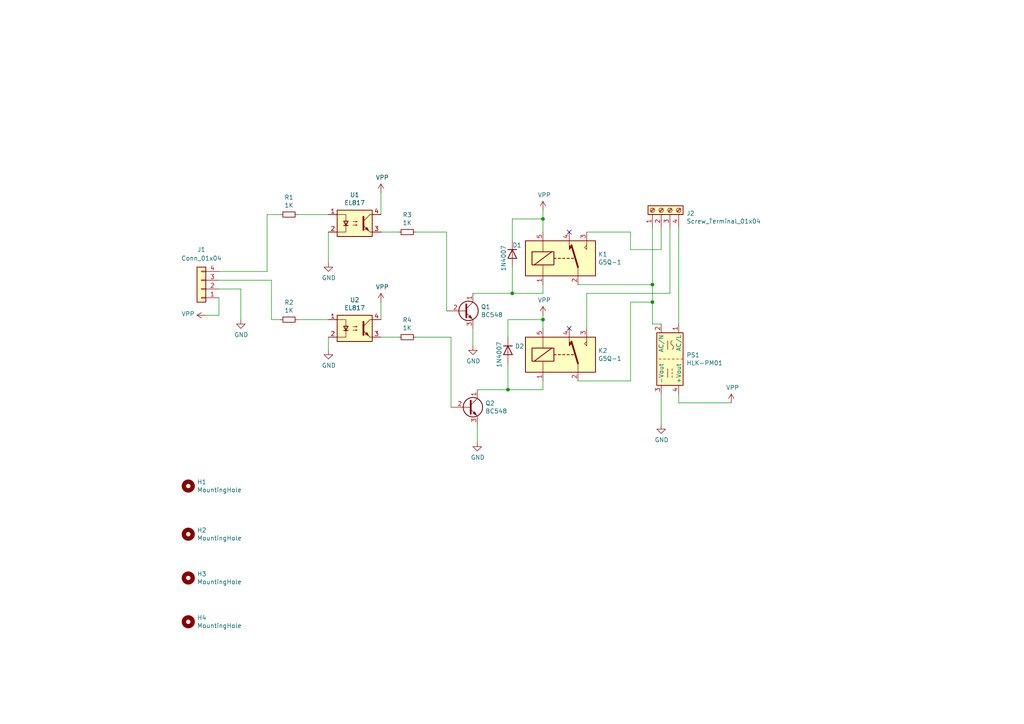
<source format=kicad_sch>
(kicad_sch (version 20211123) (generator eeschema)
  (paper "A4")
  (lib_symbols
    (symbol "Connector:Screw_Terminal_01x04" (pin_names (offset 1.016) hide)
      (property "Reference" "J" (at 0 5.08 0))
      (property "Value" "Screw_Terminal_01x04" (at 0 -7.62 0))
      (symbol "Screw_Terminal_01x04_1_1"
        (rectangle (start -1.27 3.81) (end 1.27 -6.35) (stroke (width 0.254)) (fill (type background)))
        (circle (center 0 -5.08) (radius 0.635) (stroke (width 0.1524)))
        (circle (center 0 -2.54) (radius 0.635) (stroke (width 0.1524)))
        (polyline (pts (xy -0.5334 -4.7498) (xy 0.3302 -5.588)) (stroke (width 0.1524)))
        (polyline (pts (xy -0.5334 -2.2098) (xy 0.3302 -3.048)) (stroke (width 0.1524)))
        (polyline (pts (xy -0.5334 0.3302) (xy 0.3302 -0.508)) (stroke (width 0.1524)))
        (polyline (pts (xy -0.5334 2.8702) (xy 0.3302 2.032)) (stroke (width 0.1524)))
        (polyline (pts (xy -0.3556 -4.572) (xy 0.508 -5.4102)) (stroke (width 0.1524)))
        (polyline (pts (xy -0.3556 -2.032) (xy 0.508 -2.8702)) (stroke (width 0.1524)))
        (polyline (pts (xy -0.3556 0.508) (xy 0.508 -0.3302)) (stroke (width 0.1524)))
        (polyline (pts (xy -0.3556 3.048) (xy 0.508 2.2098)) (stroke (width 0.1524)))
        (circle (center 0 0) (radius 0.635) (stroke (width 0.1524)))
        (circle (center 0 2.54) (radius 0.635) (stroke (width 0.1524)))
        (pin passive line (at -5.08 2.54 0) (length 3.81) (name "Pin_1") (number "1"))
        (pin passive line (at -5.08 0 0) (length 3.81) (name "Pin_2") (number "2"))
        (pin passive line (at -5.08 -2.54 0) (length 3.81) (name "Pin_3") (number "3"))
        (pin passive line (at -5.08 -5.08 0) (length 3.81) (name "Pin_4") (number "4"))
      )
    )
    (symbol "Connector_Generic:Conn_01x04" (pin_names (offset 1.016) hide)
      (property "Reference" "J" (at 0 5.08 0))
      (property "Value" "Conn_01x04" (at 0 -7.62 0))
      (symbol "Conn_01x04_1_1"
        (rectangle (start -1.27 -4.953) (end 0 -5.207) (stroke (width 0.1524)))
        (rectangle (start -1.27 -2.413) (end 0 -2.667) (stroke (width 0.1524)))
        (rectangle (start -1.27 0.127) (end 0 -0.127) (stroke (width 0.1524)))
        (rectangle (start -1.27 2.667) (end 0 2.413) (stroke (width 0.1524)))
        (rectangle (start -1.27 3.81) (end 1.27 -6.35) (stroke (width 0.254)) (fill (type background)))
        (pin passive line (at -5.08 2.54 0) (length 3.81) (name "Pin_1") (number "1"))
        (pin passive line (at -5.08 0 0) (length 3.81) (name "Pin_2") (number "2"))
        (pin passive line (at -5.08 -2.54 0) (length 3.81) (name "Pin_3") (number "3"))
        (pin passive line (at -5.08 -5.08 0) (length 3.81) (name "Pin_4") (number "4"))
      )
    )
    (symbol "Converter_ACDC:HLK-PM01"
      (property "Reference" "PS" (at 0 5.08 0))
      (property "Value" "HLK-PM01" (at 0 -5.08 0))
      (symbol "HLK-PM01_0_1"
        (rectangle (start -7.62 3.81) (end 7.62 -3.81) (stroke (width 0.254)) (fill (type background)))
        (arc (start -5.334 0.635) (mid -4.699 0.2495) (end -4.064 0.635))
        (arc (start -2.794 0.635) (mid -3.429 1.0072) (end -4.064 0.635))
        (polyline (pts (xy -5.334 -0.635) (xy -2.794 -0.635)))
        (polyline (pts (xy 0 -2.54) (xy 0 -3.175)))
        (polyline (pts (xy 0 -1.27) (xy 0 -1.905)))
        (polyline (pts (xy 0 0) (xy 0 -0.635)))
        (polyline (pts (xy 0 1.27) (xy 0 0.635)))
        (polyline (pts (xy 0 2.54) (xy 0 1.905)))
        (polyline (pts (xy 0 3.81) (xy 0 3.175)))
        (polyline (pts (xy 2.794 -0.635) (xy 5.334 -0.635)))
        (polyline (pts (xy 2.794 0.635) (xy 3.302 0.635)))
        (polyline (pts (xy 3.81 0.635) (xy 4.318 0.635)))
        (polyline (pts (xy 4.826 0.635) (xy 5.334 0.635)))
      )
      (symbol "HLK-PM01_1_1"
        (pin power_in line (at -10.16 2.54 0) (length 2.54) (name "AC/L") (number "1"))
        (pin power_in line (at -10.16 -2.54 0) (length 2.54) (name "AC/N") (number "2"))
        (pin power_out line (at 10.16 -2.54 180) (length 2.54) (name "-Vout") (number "3"))
        (pin power_out line (at 10.16 2.54 180) (length 2.54) (name "+Vout") (number "4"))
      )
    )
    (symbol "Device:R_Small" (pin_numbers hide) (pin_names (offset 0.254) hide)
      (property "Reference" "R" (at 0.762 0.508 0))
      (property "Value" "R_Small" (at 0.762 -1.016 0))
      (symbol "R_Small_0_1"
        (rectangle (start -0.762 1.778) (end 0.762 -1.778) (stroke (width 0.2032)))
      )
      (symbol "R_Small_1_1"
        (pin passive line (at 0 2.54 270) (length 0.762) (name "~") (number "1"))
        (pin passive line (at 0 -2.54 90) (length 0.762) (name "~") (number "2"))
      )
    )
    (symbol "Diode:1N4007" (pin_numbers hide) (pin_names (offset 1.016) hide)
      (property "Reference" "D" (at 0 2.54 0))
      (property "Value" "1N4007" (at 0 -2.54 0))
      (symbol "1N4007_0_1"
        (polyline (pts (xy -1.27 1.27) (xy -1.27 -1.27)) (stroke (width 0.254)))
        (polyline (pts (xy 1.27 0) (xy -1.27 0)))
        (polyline (pts (xy 1.27 1.27) (xy 1.27 -1.27) (xy -1.27 0) (xy 1.27 1.27)) (stroke (width 0.254)))
      )
      (symbol "1N4007_1_1"
        (pin passive line (at -3.81 0 0) (length 2.54) (name "K") (number "1"))
        (pin passive line (at 3.81 0 180) (length 2.54) (name "A") (number "2"))
      )
    )
    (symbol "Isolator:EL817" (pin_names (offset 1.016))
      (property "Reference" "U" (at -5.08 5.08 0))
      (property "Value" "EL817" (at 0 5.08 0))
      (symbol "EL817_0_1"
        (rectangle (start -5.08 3.81) (end 5.08 -3.81) (stroke (width 0.254)) (fill (type background)))
        (polyline (pts (xy -3.175 -0.635) (xy -1.905 -0.635)) (stroke (width 0.254)))
        (polyline (pts (xy 2.54 0.635) (xy 4.445 2.54)))
        (polyline (pts (xy 4.445 -2.54) (xy 2.54 -0.635)) (fill (type outline)))
        (polyline (pts (xy 4.445 -2.54) (xy 5.08 -2.54)))
        (polyline (pts (xy 4.445 2.54) (xy 5.08 2.54)))
        (polyline (pts (xy -5.08 2.54) (xy -2.54 2.54) (xy -2.54 -0.635)))
        (polyline (pts (xy -2.54 -0.635) (xy -2.54 -2.54) (xy -5.08 -2.54)))
        (polyline (pts (xy 2.54 1.905) (xy 2.54 -1.905) (xy 2.54 -1.905)) (stroke (width 0.508)))
        (polyline (pts (xy -2.54 -0.635) (xy -3.175 0.635) (xy -1.905 0.635) (xy -2.54 -0.635)) (stroke (width 0.254)))
        (polyline (pts (xy -0.508 -0.508) (xy 0.762 -0.508) (xy 0.381 -0.635) (xy 0.381 -0.381) (xy 0.762 -0.508)))
        (polyline (pts (xy -0.508 0.508) (xy 0.762 0.508) (xy 0.381 0.381) (xy 0.381 0.635) (xy 0.762 0.508)))
        (polyline (pts (xy 3.048 -1.651) (xy 3.556 -1.143) (xy 4.064 -2.159) (xy 3.048 -1.651) (xy 3.048 -1.651)) (fill (type outline)))
      )
      (symbol "EL817_1_1"
        (pin passive line (at -7.62 2.54 0) (length 2.54) (name "~") (number "1"))
        (pin passive line (at -7.62 -2.54 0) (length 2.54) (name "~") (number "2"))
        (pin passive line (at 7.62 -2.54 180) (length 2.54) (name "~") (number "3"))
        (pin passive line (at 7.62 2.54 180) (length 2.54) (name "~") (number "4"))
      )
    )
    (symbol "Mechanical:MountingHole" (pin_names (offset 1.016))
      (property "Reference" "H" (at 0 5.08 0))
      (property "Value" "MountingHole" (at 0 3.175 0))
      (symbol "MountingHole_0_1"
        (circle (center 0 0) (radius 1.27) (stroke (width 1.27)))
      )
    )
    (symbol "Relay:G5Q-1"
      (property "Reference" "K" (at 11.43 3.81 0))
      (property "Value" "G5Q-1" (at 11.43 1.27 0))
      (symbol "G5Q-1_0_0"
        (polyline (pts (xy 7.62 5.08) (xy 7.62 2.54) (xy 6.985 3.175) (xy 7.62 3.81)))
      )
      (symbol "G5Q-1_0_1"
        (rectangle (start -10.16 5.08) (end 10.16 -5.08) (stroke (width 0.254)) (fill (type background)))
        (rectangle (start -8.255 1.905) (end -1.905 -1.905) (stroke (width 0.254)))
        (polyline (pts (xy -7.62 -1.905) (xy -2.54 1.905)) (stroke (width 0.254)))
        (polyline (pts (xy -5.08 -5.08) (xy -5.08 -1.905)))
        (polyline (pts (xy -5.08 5.08) (xy -5.08 1.905)))
        (polyline (pts (xy -1.905 0) (xy -1.27 0)) (stroke (width 0.254)))
        (polyline (pts (xy -0.635 0) (xy 0 0)) (stroke (width 0.254)))
        (polyline (pts (xy 0.635 0) (xy 1.27 0)) (stroke (width 0.254)))
        (polyline (pts (xy 1.905 0) (xy 2.54 0)) (stroke (width 0.254)))
        (polyline (pts (xy 3.175 0) (xy 3.81 0)) (stroke (width 0.254)))
        (polyline (pts (xy 5.08 -2.54) (xy 3.175 3.81)) (stroke (width 0.508)))
        (polyline (pts (xy 5.08 -2.54) (xy 5.08 -5.08)))
        (polyline (pts (xy 2.54 5.08) (xy 2.54 2.54) (xy 3.175 3.175) (xy 2.54 3.81)) (fill (type outline)))
      )
      (symbol "G5Q-1_1_1"
        (pin passive line (at -5.08 -7.62 90) (length 2.54) (name "~") (number "1"))
        (pin passive line (at 5.08 -7.62 90) (length 2.54) (name "~") (number "2"))
        (pin passive line (at 7.62 7.62 270) (length 2.54) (name "~") (number "3"))
        (pin passive line (at 2.54 7.62 270) (length 2.54) (name "~") (number "4"))
        (pin passive line (at -5.08 7.62 270) (length 2.54) (name "~") (number "5"))
      )
    )
    (symbol "Transistor_BJT:BC548" (pin_names (offset 0) hide)
      (property "Reference" "Q" (at 5.08 1.905 0))
      (property "Value" "BC548" (at 5.08 0 0))
      (symbol "BC548_0_1"
        (polyline (pts (xy 0 0) (xy 0.635 0)))
        (polyline (pts (xy 0.635 0.635) (xy 2.54 2.54)))
        (polyline (pts (xy 0.635 -0.635) (xy 2.54 -2.54) (xy 2.54 -2.54)))
        (polyline (pts (xy 0.635 1.905) (xy 0.635 -1.905) (xy 0.635 -1.905)) (stroke (width 0.508)))
        (polyline (pts (xy 1.27 -1.778) (xy 1.778 -1.27) (xy 2.286 -2.286) (xy 1.27 -1.778) (xy 1.27 -1.778)) (fill (type outline)))
        (circle (center 1.27 0) (radius 2.8194) (stroke (width 0.254)))
      )
      (symbol "BC548_1_1"
        (pin passive line (at 2.54 5.08 270) (length 2.54) (name "C") (number "1"))
        (pin input line (at -5.08 0 0) (length 5.08) (name "B") (number "2"))
        (pin passive line (at 2.54 -5.08 90) (length 2.54) (name "E") (number "3"))
      )
    )
    (symbol "power:GND" (power) (pin_names (offset 0))
      (property "Value" "GND" (at 0 -3.81 0))
      (symbol "GND_0_1"
        (polyline (pts (xy 0 0) (xy 0 -1.27) (xy 1.27 -1.27) (xy 0 -2.54) (xy -1.27 -1.27) (xy 0 -1.27)))
      )
      (symbol "GND_1_1"
        (pin power_in line (at 0 0 270) (length 0) hide (name "GND") (number "1"))
      )
    )
    (symbol "power:VPP" (power) (pin_names (offset 0))
      (property "Value" "VPP" (at 0 3.81 0))
      (symbol "VPP_0_1"
        (polyline (pts (xy -0.762 1.27) (xy 0 2.54)))
        (polyline (pts (xy 0 0) (xy 0 2.54)))
        (polyline (pts (xy 0 2.54) (xy 0.762 1.27)))
      )
      (symbol "VPP_1_1"
        (pin power_in line (at 0 0 90) (length 0) hide (name "VPP") (number "1"))
      )
    )
  )
  (junction (at 148.59 85.09))
  (junction (at 189.23 87.63))
  (junction (at 157.48 63.5))
  (junction (at 157.48 92.71))
  (junction (at 147.32 113.03))
  (junction (at 189.23 82.55))
  (no_connect (at 165.1 95.25))
  (no_connect (at 165.1 67.31))
  (wire (pts (xy 59.69 91.44) (xy 63.5 91.44)))
  (wire (pts (xy 77.47 78.74) (xy 63.5 78.74)))
  (wire (pts (xy 191.77 114.3) (xy 191.77 123.19)))
  (wire (pts (xy 191.77 66.04) (xy 191.77 72.39)))
  (wire (pts (xy 137.16 85.09) (xy 148.59 85.09)))
  (wire (pts (xy 148.59 69.85) (xy 148.59 63.5)))
  (wire (pts (xy 86.36 92.71) (xy 95.25 92.71)))
  (wire (pts (xy 167.64 82.55) (xy 189.23 82.55)))
  (wire (pts (xy 182.88 67.31) (xy 170.18 67.31)))
  (wire (pts (xy 194.31 85.09) (xy 194.31 66.04)))
  (wire (pts (xy 189.23 66.04) (xy 189.23 82.55)))
  (wire (pts (xy 78.74 92.71) (xy 81.28 92.71)))
  (wire (pts (xy 147.32 97.79) (xy 147.32 92.71)))
  (wire (pts (xy 189.23 93.98) (xy 191.77 93.98)))
  (wire (pts (xy 110.49 62.23) (xy 110.49 55.88)))
  (wire (pts (xy 182.88 110.49) (xy 182.88 87.63)))
  (wire (pts (xy 95.25 97.79) (xy 95.25 101.6)))
  (wire (pts (xy 147.32 92.71) (xy 157.48 92.71)))
  (wire (pts (xy 189.23 82.55) (xy 189.23 87.63)))
  (wire (pts (xy 69.85 83.82) (xy 63.5 83.82)))
  (wire (pts (xy 95.25 67.31) (xy 95.25 76.2)))
  (wire (pts (xy 120.65 97.79) (xy 130.81 97.79)))
  (wire (pts (xy 63.5 91.44) (xy 63.5 86.36)))
  (wire (pts (xy 138.43 113.03) (xy 147.32 113.03)))
  (wire (pts (xy 182.88 87.63) (xy 189.23 87.63)))
  (wire (pts (xy 157.48 113.03) (xy 157.48 110.49)))
  (wire (pts (xy 167.64 110.49) (xy 182.88 110.49)))
  (wire (pts (xy 129.54 67.31) (xy 120.65 67.31)))
  (wire (pts (xy 130.81 97.79) (xy 130.81 118.11)))
  (wire (pts (xy 110.49 97.79) (xy 115.57 97.79)))
  (wire (pts (xy 148.59 77.47) (xy 148.59 85.09)))
  (wire (pts (xy 157.48 60.96) (xy 157.48 63.5)))
  (wire (pts (xy 78.74 81.28) (xy 78.74 92.71)))
  (wire (pts (xy 182.88 72.39) (xy 182.88 67.31)))
  (wire (pts (xy 170.18 95.25) (xy 170.18 85.09)))
  (wire (pts (xy 115.57 67.31) (xy 110.49 67.31)))
  (wire (pts (xy 63.5 81.28) (xy 78.74 81.28)))
  (wire (pts (xy 147.32 113.03) (xy 157.48 113.03)))
  (wire (pts (xy 77.47 62.23) (xy 77.47 78.74)))
  (wire (pts (xy 157.48 91.44) (xy 157.48 92.71)))
  (wire (pts (xy 129.54 90.17) (xy 129.54 67.31)))
  (wire (pts (xy 157.48 92.71) (xy 157.48 95.25)))
  (wire (pts (xy 191.77 72.39) (xy 182.88 72.39)))
  (wire (pts (xy 147.32 105.41) (xy 147.32 113.03)))
  (wire (pts (xy 138.43 123.19) (xy 138.43 128.27)))
  (wire (pts (xy 137.16 95.25) (xy 137.16 100.33)))
  (wire (pts (xy 69.85 92.71) (xy 69.85 83.82)))
  (wire (pts (xy 196.85 114.3) (xy 196.85 116.84)))
  (wire (pts (xy 81.28 62.23) (xy 77.47 62.23)))
  (wire (pts (xy 196.85 66.04) (xy 196.85 93.98)))
  (wire (pts (xy 196.85 116.84) (xy 212.09 116.84)))
  (wire (pts (xy 170.18 85.09) (xy 194.31 85.09)))
  (wire (pts (xy 157.48 85.09) (xy 157.48 82.55)))
  (wire (pts (xy 157.48 63.5) (xy 157.48 67.31)))
  (wire (pts (xy 148.59 63.5) (xy 157.48 63.5)))
  (wire (pts (xy 148.59 85.09) (xy 157.48 85.09)))
  (wire (pts (xy 86.36 62.23) (xy 95.25 62.23)))
  (wire (pts (xy 110.49 87.63) (xy 110.49 92.71)))
  (wire (pts (xy 189.23 87.63) (xy 189.23 93.98)))
  (symbol (lib_id "Relay:G5Q-1") (at 162.56 74.93 0) (unit 1)
    (property "Reference" "K1" (at 173.482 73.7616 0) (effects (justify left)))
    (property "Value" "G5Q-1" (at 173.482 76.073 0) (effects (justify left)))
    (property "Footprint" "Relay_THT:Relay_SPDT_Omron-G5Q-1" (effects hide))
    (property "Datasheet" "https://www.omron.com/ecb/products/pdf/en-g5q.pdf" (effects hide))
  )
  (symbol (lib_id "Relay:G5Q-1") (at 162.56 102.87 0) (unit 1)
    (property "Reference" "K2" (at 173.482 101.7016 0) (effects (justify left)))
    (property "Value" "G5Q-1" (at 173.482 104.013 0) (effects (justify left)))
    (property "Footprint" "Relay_THT:Relay_SPDT_Omron-G5Q-1" (effects hide))
    (property "Datasheet" "https://www.omron.com/ecb/products/pdf/en-g5q.pdf" (effects hide))
  )
  (symbol (lib_id "Converter_ACDC:HLK-PM01") (at 194.31 104.14 270) (unit 1)
    (property "Reference" "PS1" (at 199.0852 102.9716 90) (effects (justify left)))
    (property "Value" "HLK-PM01" (at 199.0852 105.283 90) (effects (justify left)))
    (property "Footprint" "Converter_ACDC:Converter_ACDC_HiLink_HLK-PMxx" (effects hide))
    (property "Datasheet" "http://www.hlktech.net/product_detail.php?ProId=54" (effects hide))
  )
  (symbol (lib_id "Connector:Screw_Terminal_01x04") (at 191.77 60.96 90) (unit 1)
    (property "Reference" "J2" (at 199.0852 61.8744 90) (effects (justify right)))
    (property "Value" "Screw_Terminal_01x04" (at 199.0852 64.1858 90) (effects (justify right)))
    (property "Footprint" "Connector_TE-Connectivity:TE_MATE-N-LOK_350211-1_1x04_P5.08mm_Vertical" (effects hide))
  )
  (symbol (lib_id "Isolator:EL817") (at 102.87 95.25 0) (unit 1)
    (property "Reference" "U2" (at 102.87 86.995 0))
    (property "Value" "EL817" (at 102.87 89.3064 0))
    (property "Footprint" "Package_DIP:DIP-4_W7.62mm" (effects hide))
    (property "Datasheet" "http://www.everlight.com/file/ProductFile/EL817.pdf" (effects hide))
  )
  (symbol (lib_id "Isolator:EL817") (at 102.87 64.77 0) (unit 1)
    (property "Reference" "U1" (at 102.87 56.515 0))
    (property "Value" "EL817" (at 102.87 58.8264 0))
    (property "Footprint" "Package_DIP:DIP-4_W7.62mm" (effects hide))
    (property "Datasheet" "http://www.everlight.com/file/ProductFile/EL817.pdf" (effects hide))
  )
  (symbol (lib_id "Mechanical:MountingHole") (at 54.61 140.97 0) (unit 1)
    (property "Reference" "H1" (at 57.15 139.8016 0) (effects (justify left)))
    (property "Value" "MountingHole" (at 57.15 142.113 0) (effects (justify left)))
    (property "Footprint" "MountingHole:MountingHole_2.2mm_M2_Pad_Via" (effects hide))
  )
  (symbol (lib_id "Mechanical:MountingHole") (at 54.61 154.94 0) (unit 1)
    (property "Reference" "H2" (at 57.15 153.7716 0) (effects (justify left)))
    (property "Value" "MountingHole" (at 57.15 156.083 0) (effects (justify left)))
    (property "Footprint" "MountingHole:MountingHole_2.2mm_M2_Pad_Via" (effects hide))
  )
  (symbol (lib_id "Mechanical:MountingHole") (at 54.61 167.64 0) (unit 1)
    (property "Reference" "H3" (at 57.15 166.4716 0) (effects (justify left)))
    (property "Value" "MountingHole" (at 57.15 168.783 0) (effects (justify left)))
    (property "Footprint" "MountingHole:MountingHole_2.2mm_M2_Pad_Via" (effects hide))
  )
  (symbol (lib_id "Mechanical:MountingHole") (at 54.61 180.34 0) (unit 1)
    (property "Reference" "H4" (at 57.15 179.1716 0) (effects (justify left)))
    (property "Value" "MountingHole" (at 57.15 181.483 0) (effects (justify left)))
    (property "Footprint" "MountingHole:MountingHole_2.2mm_M2_Pad_Via" (effects hide))
  )
  (symbol (lib_id "Device:R_Small") (at 118.11 97.79 270) (unit 1)
    (property "Reference" "R4" (at 118.11 92.8116 90))
    (property "Value" "1K" (at 118.11 95.123 90))
    (property "Footprint" "Resistor_THT:R_Axial_DIN0204_L3.6mm_D1.6mm_P2.54mm_Vertical" (effects hide))
  )
  (symbol (lib_id "Device:R_Small") (at 83.82 62.23 270) (unit 1)
    (property "Reference" "R1" (at 83.82 57.2516 90))
    (property "Value" "1K" (at 83.82 59.563 90))
    (property "Footprint" "Resistor_THT:R_Axial_DIN0204_L3.6mm_D1.6mm_P2.54mm_Vertical" (effects hide))
  )
  (symbol (lib_id "Device:R_Small") (at 83.82 92.71 270) (unit 1)
    (property "Reference" "R2" (at 83.82 87.7316 90))
    (property "Value" "1K" (at 83.82 90.043 90))
    (property "Footprint" "Resistor_THT:R_Axial_DIN0204_L3.6mm_D1.6mm_P2.54mm_Vertical" (effects hide))
  )
  (symbol (lib_id "Device:R_Small") (at 118.11 67.31 270) (unit 1)
    (property "Reference" "R3" (at 118.11 62.3316 90))
    (property "Value" "1K" (at 118.11 64.643 90))
    (property "Footprint" "Resistor_THT:R_Axial_DIN0204_L3.6mm_D1.6mm_P2.54mm_Vertical" (effects hide))
  )
  (symbol (lib_id "power:GND") (at 191.77 123.19 0) (unit 1)
    (property "Reference" "#PWR0101" (effects hide))
    (property "Value" "GND" (at 191.897 127.5842 0))
  )
  (symbol (lib_id "power:VPP") (at 212.09 116.84 0) (unit 1)
    (property "Reference" "#PWR0102" (effects hide))
    (property "Value" "VPP" (at 212.471 112.4458 0))
  )
  (symbol (lib_id "power:VPP") (at 59.69 91.44 90) (unit 1)
    (property "Reference" "#PWR0103" (effects hide))
    (property "Value" "VPP" (at 56.4642 91.059 90) (effects (justify left)))
  )
  (symbol (lib_id "power:GND") (at 69.85 92.71 0) (unit 1)
    (property "Reference" "#PWR0104" (effects hide))
    (property "Value" "GND" (at 69.977 97.1042 0))
  )
  (symbol (lib_id "power:GND") (at 95.25 76.2 0) (unit 1)
    (property "Reference" "#PWR0105" (effects hide))
    (property "Value" "GND" (at 95.377 80.5942 0))
  )
  (symbol (lib_id "power:GND") (at 137.16 100.33 0) (unit 1)
    (property "Reference" "#PWR0106" (effects hide))
    (property "Value" "GND" (at 137.287 104.7242 0))
  )
  (symbol (lib_id "power:GND") (at 138.43 128.27 0) (unit 1)
    (property "Reference" "#PWR0107" (effects hide))
    (property "Value" "GND" (at 138.557 132.6642 0))
  )
  (symbol (lib_id "power:VPP") (at 157.48 91.44 0) (unit 1)
    (property "Reference" "#PWR0108" (effects hide))
    (property "Value" "VPP" (at 157.861 87.0458 0))
  )
  (symbol (lib_id "power:VPP") (at 157.48 60.96 0) (unit 1)
    (property "Reference" "#PWR0109" (effects hide))
    (property "Value" "VPP" (at 157.861 56.5658 0))
  )
  (symbol (lib_id "power:GND") (at 95.25 101.6 0) (unit 1)
    (property "Reference" "#PWR0110" (effects hide))
    (property "Value" "GND" (at 95.377 105.9942 0))
  )
  (symbol (lib_id "power:VPP") (at 110.49 55.88 0) (unit 1)
    (property "Reference" "#PWR0111" (effects hide))
    (property "Value" "VPP" (at 110.871 51.4858 0))
  )
  (symbol (lib_id "power:VPP") (at 110.49 87.63 0) (unit 1)
    (property "Reference" "#PWR0112" (effects hide))
    (property "Value" "VPP" (at 110.871 83.2358 0))
  )
  (symbol (lib_id "Diode:1N4007") (at 148.59 73.66 270) (unit 1)
    (property "Reference" "D1" (at 148.59 71.12 90) (effects (justify left)))
    (property "Value" "1N4007" (at 146.05 71.12 0) (effects (justify left)))
    (property "Footprint" "Diode_THT:D_DO-41_SOD81_P10.16mm_Horizontal" (effects hide))
    (property "Datasheet" "http://www.vishay.com/docs/88503/1n4001.pdf" (effects hide))
  )
  (symbol (lib_id "Diode:1N4007") (at 147.32 101.6 270) (unit 1)
    (property "Reference" "D2" (at 149.352 100.4316 90) (effects (justify left)))
    (property "Value" "1N4007" (at 144.78 99.06 0) (effects (justify left)))
    (property "Footprint" "Diode_THT:D_DO-41_SOD81_P10.16mm_Horizontal" (effects hide))
    (property "Datasheet" "http://www.vishay.com/docs/88503/1n4001.pdf" (effects hide))
  )
  (symbol (lib_id "Transistor_BJT:BC548") (at 134.62 90.17 0) (unit 1)
    (property "Reference" "Q1" (at 139.4714 89.0016 0) (effects (justify left)))
    (property "Value" "BC548" (at 139.4714 91.313 0) (effects (justify left)))
    (property "Footprint" "Package_TO_SOT_THT:TO-92_Inline" (effects hide))
    (property "Datasheet" "https://www.onsemi.com/pub/Collateral/BC550-D.pdf" (effects hide))
  )
  (symbol (lib_id "Transistor_BJT:BC548") (at 135.89 118.11 0) (unit 1)
    (property "Reference" "Q2" (at 140.7414 116.9416 0) (effects (justify left)))
    (property "Value" "BC548" (at 140.7414 119.253 0) (effects (justify left)))
    (property "Footprint" "Package_TO_SOT_THT:TO-92_Inline" (effects hide))
    (property "Datasheet" "https://www.onsemi.com/pub/Collateral/BC550-D.pdf" (effects hide))
  )
  (symbol (lib_id "Connector_Generic:Conn_01x04") (at 58.42 83.82 180) (unit 1)
    (property "Reference" "J1" (at 58.42 72.39 0))
    (property "Value" "Conn_01x04" (at 58.42 74.93 0))
    (property "Footprint" "Connector_PinSocket_2.54mm:PinSocket_1x04_P2.54mm_Vertical" (effects hide))
  )
)
</source>
